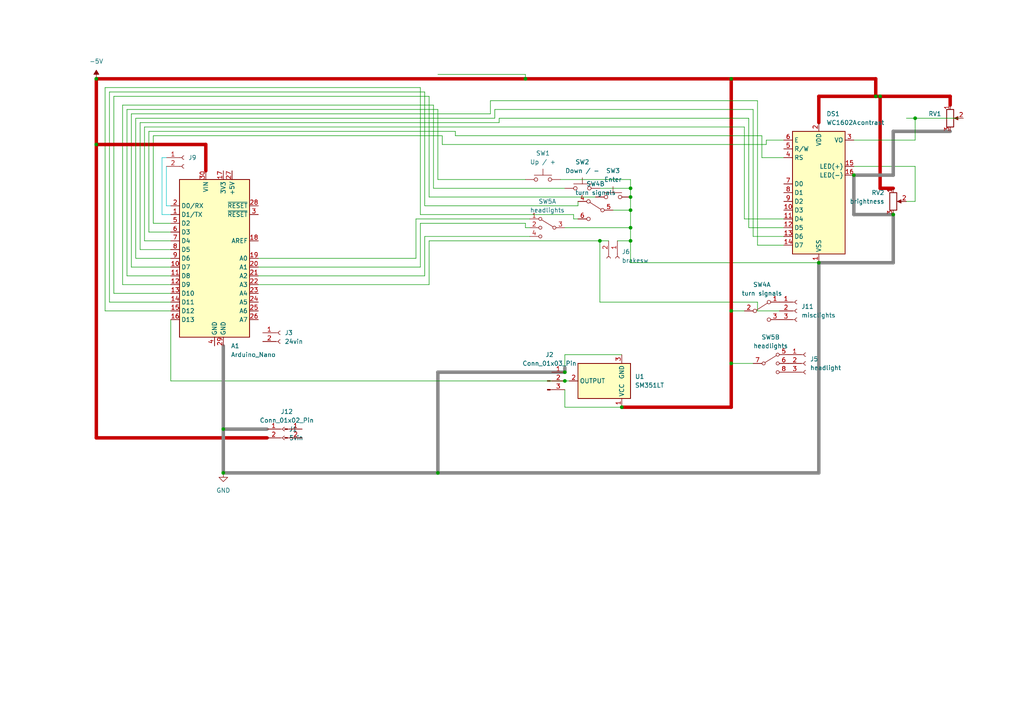
<source format=kicad_sch>
(kicad_sch (version 20230121) (generator eeschema)
  (paper "A4")
  (lib_symbols
    (symbol "Connector:Conn_01x02_Pin" (pin_names (offset 1.016) hide)
      (property "Reference" "J" (at 0 2.54 0))
      (property "Value" "Conn_01x02_Pin" (at 0 -5.08 0))
      (symbol "Conn_01x02_Pin_1_1"
        (polyline (pts (xy 1.27 -2.54) (xy 0.8636 -2.54)) (stroke (width 0.1524)))
        (polyline (pts (xy 1.27 0) (xy 0.8636 0)) (stroke (width 0.1524)))
        (rectangle (start 0.8636 -2.413) (end 0 -2.667) (stroke (width 0.1524)) (fill (type outline)))
        (rectangle (start 0.8636 0.127) (end 0 -0.127) (stroke (width 0.1524)) (fill (type outline)))
        (pin passive line (at 5.08 0 180) (length 3.81) (name "Pin_1") (number "1"))
        (pin passive line (at 5.08 -2.54 180) (length 3.81) (name "Pin_2") (number "2"))
      )
    )
    (symbol "Connector:Conn_01x02_Socket" (pin_names (offset 1.016) hide)
      (property "Reference" "J" (at 0 2.54 0))
      (property "Value" "Conn_01x02_Socket" (at 0 -5.08 0))
      (symbol "Conn_01x02_Socket_1_1"
        (arc (start 0 -2.032) (mid -0.5058 -2.54) (end 0 -3.048) (stroke (width 0.1524)))
        (polyline (pts (xy -1.27 -2.54) (xy -0.508 -2.54)) (stroke (width 0.1524)))
        (polyline (pts (xy -1.27 0) (xy -0.508 0)) (stroke (width 0.1524)))
        (arc (start 0 0.508) (mid -0.5058 0) (end 0 -0.508) (stroke (width 0.1524)))
        (pin passive line (at -5.08 0 0) (length 3.81) (name "Pin_1") (number "1"))
        (pin passive line (at -5.08 -2.54 0) (length 3.81) (name "Pin_2") (number "2"))
      )
    )
    (symbol "Connector:Conn_01x03_Pin" (pin_names (offset 1.016) hide)
      (property "Reference" "J" (at 0 5.08 0))
      (property "Value" "Conn_01x03_Pin" (at 0 -5.08 0))
      (symbol "Conn_01x03_Pin_1_1"
        (polyline (pts (xy 1.27 -2.54) (xy 0.8636 -2.54)) (stroke (width 0.1524)))
        (polyline (pts (xy 1.27 0) (xy 0.8636 0)) (stroke (width 0.1524)))
        (polyline (pts (xy 1.27 2.54) (xy 0.8636 2.54)) (stroke (width 0.1524)))
        (rectangle (start 0.8636 -2.413) (end 0 -2.667) (stroke (width 0.1524)) (fill (type outline)))
        (rectangle (start 0.8636 0.127) (end 0 -0.127) (stroke (width 0.1524)) (fill (type outline)))
        (rectangle (start 0.8636 2.667) (end 0 2.413) (stroke (width 0.1524)) (fill (type outline)))
        (pin passive line (at 5.08 2.54 180) (length 3.81) (name "Pin_1") (number "1"))
        (pin passive line (at 5.08 0 180) (length 3.81) (name "Pin_2") (number "2"))
        (pin passive line (at 5.08 -2.54 180) (length 3.81) (name "Pin_3") (number "3"))
      )
    )
    (symbol "Connector:Conn_01x03_Socket" (pin_names (offset 1.016) hide)
      (property "Reference" "J" (at 0 5.08 0))
      (property "Value" "Conn_01x03_Socket" (at 0 -5.08 0))
      (symbol "Conn_01x03_Socket_1_1"
        (arc (start 0 -2.032) (mid -0.5058 -2.54) (end 0 -3.048) (stroke (width 0.1524)))
        (polyline (pts (xy -1.27 -2.54) (xy -0.508 -2.54)) (stroke (width 0.1524)))
        (polyline (pts (xy -1.27 0) (xy -0.508 0)) (stroke (width 0.1524)))
        (polyline (pts (xy -1.27 2.54) (xy -0.508 2.54)) (stroke (width 0.1524)))
        (arc (start 0 0.508) (mid -0.5058 0) (end 0 -0.508) (stroke (width 0.1524)))
        (arc (start 0 3.048) (mid -0.5058 2.54) (end 0 2.032) (stroke (width 0.1524)))
        (pin passive line (at -5.08 2.54 0) (length 3.81) (name "Pin_1") (number "1"))
        (pin passive line (at -5.08 0 0) (length 3.81) (name "Pin_2") (number "2"))
        (pin passive line (at -5.08 -2.54 0) (length 3.81) (name "Pin_3") (number "3"))
      )
    )
    (symbol "Device:R_Potentiometer" (pin_names (offset 1.016) hide)
      (property "Reference" "RV" (at -4.445 0 90))
      (property "Value" "R_Potentiometer" (at -2.54 0 90))
      (symbol "R_Potentiometer_0_1"
        (polyline (pts (xy 2.54 0) (xy 1.524 0)))
        (polyline (pts (xy 1.143 0) (xy 2.286 0.508) (xy 2.286 -0.508) (xy 1.143 0)) (fill (type outline)))
        (rectangle (start 1.016 2.54) (end -1.016 -2.54) (stroke (width 0.254)))
      )
      (symbol "R_Potentiometer_1_1"
        (pin passive line (at 0 3.81 270) (length 1.27) (name "1") (number "1"))
        (pin passive line (at 3.81 0 180) (length 1.27) (name "2") (number "2"))
        (pin passive line (at 0 -3.81 90) (length 1.27) (name "3") (number "3"))
      )
    )
    (symbol "Display_Character:WC1602A"
      (property "Reference" "DS" (at -5.842 19.05 0))
      (property "Value" "WC1602A" (at 5.334 19.05 0))
      (symbol "WC1602A_1_1"
        (rectangle (start -7.62 17.78) (end 7.62 -17.78) (stroke (width 0.254)) (fill (type background)))
        (pin power_in line (at 0 -20.32 90) (length 2.54) (name "VSS") (number "1"))
        (pin input line (at -10.16 -5.08 0) (length 2.54) (name "D3") (number "10"))
        (pin input line (at -10.16 -7.62 0) (length 2.54) (name "D4") (number "11"))
        (pin input line (at -10.16 -10.16 0) (length 2.54) (name "D5") (number "12"))
        (pin input line (at -10.16 -12.7 0) (length 2.54) (name "D6") (number "13"))
        (pin input line (at -10.16 -15.24 0) (length 2.54) (name "D7") (number "14"))
        (pin power_in line (at 10.16 7.62 180) (length 2.54) (name "LED(+)") (number "15"))
        (pin power_in line (at 10.16 5.08 180) (length 2.54) (name "LED(-)") (number "16"))
        (pin power_in line (at 0 20.32 270) (length 2.54) (name "VDD") (number "2"))
        (pin input line (at 10.16 15.24 180) (length 2.54) (name "VO") (number "3"))
        (pin input line (at -10.16 10.16 0) (length 2.54) (name "RS") (number "4"))
        (pin input line (at -10.16 12.7 0) (length 2.54) (name "R/W") (number "5"))
        (pin input line (at -10.16 15.24 0) (length 2.54) (name "E") (number "6"))
        (pin input line (at -10.16 2.54 0) (length 2.54) (name "D0") (number "7"))
        (pin input line (at -10.16 0 0) (length 2.54) (name "D1") (number "8"))
        (pin input line (at -10.16 -2.54 0) (length 2.54) (name "D2") (number "9"))
      )
    )
    (symbol "MCU_Module:Arduino_Nano_v3.x"
      (property "Reference" "A" (at -10.16 23.495 0))
      (property "Value" "Arduino_Nano_v3.x" (at 5.08 -24.13 0))
      (symbol "Arduino_Nano_v3.x_0_1"
        (rectangle (start -10.16 22.86) (end 10.16 -22.86) (stroke (width 0.254)) (fill (type background)))
      )
      (symbol "Arduino_Nano_v3.x_1_1"
        (pin bidirectional line (at -12.7 12.7 0) (length 2.54) (name "D1/TX") (number "1"))
        (pin bidirectional line (at -12.7 -2.54 0) (length 2.54) (name "D7") (number "10"))
        (pin bidirectional line (at -12.7 -5.08 0) (length 2.54) (name "D8") (number "11"))
        (pin bidirectional line (at -12.7 -7.62 0) (length 2.54) (name "D9") (number "12"))
        (pin bidirectional line (at -12.7 -10.16 0) (length 2.54) (name "D10") (number "13"))
        (pin bidirectional line (at -12.7 -12.7 0) (length 2.54) (name "D11") (number "14"))
        (pin bidirectional line (at -12.7 -15.24 0) (length 2.54) (name "D12") (number "15"))
        (pin bidirectional line (at -12.7 -17.78 0) (length 2.54) (name "D13") (number "16"))
        (pin power_out line (at 2.54 25.4 270) (length 2.54) (name "3V3") (number "17"))
        (pin input line (at 12.7 5.08 180) (length 2.54) (name "AREF") (number "18"))
        (pin bidirectional line (at 12.7 0 180) (length 2.54) (name "A0") (number "19"))
        (pin bidirectional line (at -12.7 15.24 0) (length 2.54) (name "D0/RX") (number "2"))
        (pin bidirectional line (at 12.7 -2.54 180) (length 2.54) (name "A1") (number "20"))
        (pin bidirectional line (at 12.7 -5.08 180) (length 2.54) (name "A2") (number "21"))
        (pin bidirectional line (at 12.7 -7.62 180) (length 2.54) (name "A3") (number "22"))
        (pin bidirectional line (at 12.7 -10.16 180) (length 2.54) (name "A4") (number "23"))
        (pin bidirectional line (at 12.7 -12.7 180) (length 2.54) (name "A5") (number "24"))
        (pin bidirectional line (at 12.7 -15.24 180) (length 2.54) (name "A6") (number "25"))
        (pin bidirectional line (at 12.7 -17.78 180) (length 2.54) (name "A7") (number "26"))
        (pin power_out line (at 5.08 25.4 270) (length 2.54) (name "+5V") (number "27"))
        (pin input line (at 12.7 15.24 180) (length 2.54) (name "~{RESET}") (number "28"))
        (pin power_in line (at 2.54 -25.4 90) (length 2.54) (name "GND") (number "29"))
        (pin input line (at 12.7 12.7 180) (length 2.54) (name "~{RESET}") (number "3"))
        (pin power_in line (at -2.54 25.4 270) (length 2.54) (name "VIN") (number "30"))
        (pin power_in line (at 0 -25.4 90) (length 2.54) (name "GND") (number "4"))
        (pin bidirectional line (at -12.7 10.16 0) (length 2.54) (name "D2") (number "5"))
        (pin bidirectional line (at -12.7 7.62 0) (length 2.54) (name "D3") (number "6"))
        (pin bidirectional line (at -12.7 5.08 0) (length 2.54) (name "D4") (number "7"))
        (pin bidirectional line (at -12.7 2.54 0) (length 2.54) (name "D5") (number "8"))
        (pin bidirectional line (at -12.7 0 0) (length 2.54) (name "D6") (number "9"))
      )
    )
    (symbol "Sensor_Magnetic:SM351LT"
      (property "Reference" "U" (at 5.08 8.89 0))
      (property "Value" "SM351LT" (at 2.54 6.35 0))
      (symbol "SM351LT_0_1"
        (rectangle (start 7.62 5.08) (end -7.62 -5.08) (stroke (width 0.254)) (fill (type background)))
      )
      (symbol "SM351LT_1_1"
        (pin power_in line (at -5.08 7.62 270) (length 2.54) (name "VCC") (number "1"))
        (pin output line (at 10.16 0 180) (length 2.54) (name "OUTPUT") (number "2"))
        (pin power_in line (at -5.08 -7.62 90) (length 2.54) (name "GND") (number "3"))
      )
    )
    (symbol "Switch:SW_DP3T" (pin_names (offset 0) hide)
      (property "Reference" "SW" (at 0 5.08 0))
      (property "Value" "SW_DP3T" (at 0 -5.08 0))
      (symbol "SW_DP3T_0_1"
        (circle (center -2.032 0) (radius 0.4572))
        (polyline (pts (xy -1.651 0.254) (xy 1.651 2.286)))
        (circle (center 2.032 -2.54) (radius 0.4572))
        (circle (center 2.032 0) (radius 0.4572))
        (circle (center 2.032 2.54) (radius 0.4572))
      )
      (symbol "SW_DP3T_1_1"
        (pin passive line (at 5.08 2.54 180) (length 2.54) (name "1") (number "1"))
        (pin passive line (at 5.08 0 180) (length 2.54) (name "2") (number "2"))
        (pin passive line (at -5.08 0 0) (length 2.54) (name "3") (number "3"))
        (pin passive line (at 5.08 -2.54 180) (length 2.54) (name "4") (number "4"))
      )
      (symbol "SW_DP3T_2_1"
        (pin passive line (at 5.08 2.54 180) (length 2.54) (name "5") (number "5"))
        (pin passive line (at 5.08 0 180) (length 2.54) (name "6") (number "6"))
        (pin passive line (at -5.08 0 0) (length 2.54) (name "7") (number "7"))
        (pin passive line (at 5.08 -2.54 180) (length 2.54) (name "8") (number "8"))
      )
    )
    (symbol "Switch:SW_DPDT_x2" (pin_names (offset 0) hide)
      (property "Reference" "SW" (at 0 4.318 0))
      (property "Value" "SW_DPDT_x2" (at 0 -5.08 0))
      (symbol "SW_DPDT_x2_0_0"
        (circle (center -2.032 0) (radius 0.508))
        (circle (center 2.032 -2.54) (radius 0.508))
      )
      (symbol "SW_DPDT_x2_0_1"
        (polyline (pts (xy -1.524 0.254) (xy 1.651 2.286)))
        (circle (center 2.032 2.54) (radius 0.508))
      )
      (symbol "SW_DPDT_x2_1_1"
        (pin passive line (at 5.08 2.54 180) (length 2.54) (name "A") (number "1"))
        (pin passive line (at -5.08 0 0) (length 2.54) (name "B") (number "2"))
        (pin passive line (at 5.08 -2.54 180) (length 2.54) (name "C") (number "3"))
      )
      (symbol "SW_DPDT_x2_2_1"
        (pin passive line (at 5.08 2.54 180) (length 2.54) (name "A") (number "4"))
        (pin passive line (at -5.08 0 0) (length 2.54) (name "B") (number "5"))
        (pin passive line (at 5.08 -2.54 180) (length 2.54) (name "C") (number "6"))
      )
    )
    (symbol "Switch:SW_Push" (pin_numbers hide) (pin_names (offset 1.016) hide)
      (property "Reference" "SW" (at 1.27 2.54 0))
      (property "Value" "SW_Push" (at 0 -1.524 0))
      (symbol "SW_Push_0_1"
        (circle (center -2.032 0) (radius 0.508))
        (polyline (pts (xy 0 1.27) (xy 0 3.048)))
        (polyline (pts (xy 2.54 1.27) (xy -2.54 1.27)))
        (circle (center 2.032 0) (radius 0.508))
        (pin passive line (at -5.08 0 0) (length 2.54) (name "1") (number "1"))
        (pin passive line (at 5.08 0 180) (length 2.54) (name "2") (number "2"))
      )
    )
    (symbol "power:-5V" (power) (pin_names (offset 0))
      (property "Value" "-5V" (at 0 3.81 0))
      (symbol "-5V_0_0"
        (pin power_in line (at 0 0 90) (length 0) hide (name "-5V") (number "1"))
      )
      (symbol "-5V_0_1"
        (polyline (pts (xy 0 0) (xy 0 1.27) (xy 0.762 1.27) (xy 0 2.54) (xy -0.762 1.27) (xy 0 1.27)) (fill (type outline)))
      )
    )
    (symbol "power:GND" (power) (pin_names (offset 0))
      (property "Value" "GND" (at 0 -3.81 0))
      (symbol "GND_0_1"
        (polyline (pts (xy 0 0) (xy 0 -1.27) (xy 1.27 -1.27) (xy 0 -2.54) (xy -1.27 -1.27) (xy 0 -1.27)))
      )
      (symbol "GND_1_1"
        (pin power_in line (at 0 0 270) (length 0) hide (name "GND") (number "1"))
      )
    )
  )
  (junction (at 152.4 22.86))
  (junction (at 182.88 66.04))
  (junction (at 27.94 22.86))
  (junction (at 212.09 105.41))
  (junction (at 182.88 69.85))
  (junction (at 259.08 62.23))
  (junction (at 27.94 41.91))
  (junction (at 254 27.94))
  (junction (at 247.65 50.8))
  (junction (at 182.88 57.15))
  (junction (at 212.09 90.17))
  (junction (at 127 137.16))
  (junction (at 163.83 110.49))
  (junction (at 180.34 118.11))
  (junction (at 182.88 54.61))
  (junction (at 265.43 34.29))
  (junction (at 64.77 137.16))
  (junction (at 64.77 124.46))
  (junction (at 173.99 69.85))
  (junction (at 163.83 107.95))
  (junction (at 182.88 60.96))
  (junction (at 212.09 22.86))
  (junction (at 255.27 27.94))
  (junction (at 237.49 76.2))
  (wire (pts (xy 182.88 66.04) (xy 182.88 69.85)))
  (wire (pts (xy 127 52.07) (xy 152.4 52.07)))
  (wire (pts (xy 259.08 54.61) (xy 255.27 54.61)) (stroke (width 1) (color 194 0 0 1)))
  (wire (pts (xy 43.18 38.1) (xy 43.18 67.31)))
  (wire (pts (xy 265.43 48.26) (xy 247.65 48.26)))
  (wire (pts (xy 180.34 102.87) (xy 163.83 102.87)))
  (wire (pts (xy 219.71 29.21) (xy 219.71 71.12)))
  (wire (pts (xy 143.51 31.75) (xy 218.44 31.75)))
  (wire (pts (xy 182.88 52.07) (xy 182.88 54.61)))
  (wire (pts (xy 163.83 107.95) (xy 163.83 106.68)) (stroke (width 1) (color 132 132 132 1)))
  (wire (pts (xy 152.4 64.77) (xy 121.92 64.77)))
  (wire (pts (xy 142.24 29.21) (xy 219.71 29.21)))
  (wire (pts (xy 265.43 58.42) (xy 265.43 48.26)))
  (wire (pts (xy 124.46 82.55) (xy 124.46 69.85)))
  (wire (pts (xy 212.09 118.11) (xy 180.34 118.11)) (stroke (width 1) (color 194 0 0 1)))
  (wire (pts (xy 39.37 34.29) (xy 143.51 34.29)))
  (wire (pts (xy 40.64 35.56) (xy 144.78 35.56)))
  (wire (pts (xy 215.9 63.5) (xy 227.33 63.5)))
  (wire (pts (xy 259.08 76.2) (xy 237.49 76.2)) (stroke (width 1) (color 132 132 132 1)))
  (wire (pts (xy 259.08 62.23) (xy 247.65 62.23)) (stroke (width 1) (color 132 132 132 1)))
  (wire (pts (xy 182.88 54.61) (xy 182.88 57.15)))
  (wire (pts (xy 173.99 69.85) (xy 176.53 69.85)))
  (wire (pts (xy 123.19 26.67) (xy 123.19 59.69)))
  (wire (pts (xy 35.56 30.48) (xy 35.56 82.55)))
  (wire (pts (xy 142.24 33.02) (xy 142.24 29.21)))
  (wire (pts (xy 262.89 34.29) (xy 265.43 34.29)))
  (wire (pts (xy 226.06 90.17) (xy 219.71 90.17)))
  (wire (pts (xy 120.65 63.5) (xy 153.67 63.5)))
  (wire (pts (xy 152.4 22.86) (xy 153.67 22.86)))
  (wire (pts (xy 247.65 50.8) (xy 259.08 50.8)) (stroke (width 1) (color 132 132 132 1)))
  (wire (pts (xy 275.59 30.48) (xy 275.59 27.94)) (stroke (width 1) (color 194 0 0 1)))
  (wire (pts (xy 31.75 26.67) (xy 123.19 26.67)))
  (wire (pts (xy 41.91 36.83) (xy 215.9 36.83)))
  (wire (pts (xy 49.53 64.77) (xy 44.45 64.77)))
  (wire (pts (xy 179.07 69.85) (xy 182.88 69.85)))
  (wire (pts (xy 40.64 72.39) (xy 49.53 72.39)))
  (wire (pts (xy 59.69 41.91) (xy 59.69 49.53)) (stroke (width 1) (color 194 0 0 1)))
  (wire (pts (xy 255.27 54.61) (xy 255.27 27.94)) (stroke (width 1) (color 194 0 0 1)))
  (wire (pts (xy 182.88 76.2) (xy 237.49 76.2)))
  (wire (pts (xy 152.4 66.04) (xy 153.67 66.04)))
  (wire (pts (xy 64.77 100.33) (xy 64.77 124.46)) (stroke (width 1) (color 132 132 132 1)))
  (wire (pts (xy 44.45 64.77) (xy 44.45 39.37)))
  (wire (pts (xy 48.26 45.72) (xy 46.99 45.72)) (stroke (width 0) (color 0 194 194 1)))
  (wire (pts (xy 74.93 82.55) (xy 124.46 82.55)))
  (wire (pts (xy 237.49 27.94) (xy 254 27.94)) (stroke (width 1) (color 194 0 0 1)))
  (wire (pts (xy 152.4 66.04) (xy 152.4 64.77)))
  (wire (pts (xy 182.88 69.85) (xy 182.88 76.2)))
  (wire (pts (xy 38.1 77.47) (xy 49.53 77.47)))
  (wire (pts (xy 219.71 71.12) (xy 227.33 71.12)))
  (wire (pts (xy 41.91 69.85) (xy 41.91 36.83)))
  (wire (pts (xy 259.08 50.8) (xy 259.08 38.1)) (stroke (width 1) (color 132 132 132 1)))
  (wire (pts (xy 49.53 92.71) (xy 49.53 110.49)))
  (wire (pts (xy 38.1 33.02) (xy 142.24 33.02)))
  (wire (pts (xy 163.83 118.11) (xy 180.34 118.11)))
  (wire (pts (xy 219.71 90.17) (xy 219.71 87.63)))
  (wire (pts (xy 265.43 34.29) (xy 279.4 34.29)))
  (wire (pts (xy 262.89 58.42) (xy 265.43 58.42)))
  (wire (pts (xy 127 21.59) (xy 152.4 21.59)))
  (wire (pts (xy 127 52.07) (xy 127 31.75)))
  (wire (pts (xy 49.53 74.93) (xy 39.37 74.93)))
  (wire (pts (xy 49.53 80.01) (xy 36.83 80.01)))
  (wire (pts (xy 31.75 26.67) (xy 31.75 87.63)))
  (wire (pts (xy 121.92 62.23) (xy 121.92 25.4)))
  (wire (pts (xy 64.77 124.46) (xy 77.47 124.46)) (stroke (width 1) (color 132 132 132 1)))
  (wire (pts (xy 254 22.86) (xy 254 27.94)) (stroke (width 1) (color 194 0 0 1)))
  (wire (pts (xy 64.77 137.16) (xy 127 137.16)) (stroke (width 1) (color 132 132 132 1)))
  (wire (pts (xy 49.53 85.09) (xy 33.02 85.09)))
  (wire (pts (xy 27.94 127) (xy 77.47 127)) (stroke (width 1) (color 194 0 0 1)))
  (wire (pts (xy 166.37 63.5) (xy 166.37 62.23)))
  (wire (pts (xy 144.78 34.29) (xy 217.17 34.29)))
  (wire (pts (xy 64.77 124.46) (xy 64.77 137.16)) (stroke (width 1) (color 132 132 132 1)))
  (wire (pts (xy 220.98 45.72) (xy 220.98 39.37)))
  (wire (pts (xy 124.46 57.15) (xy 172.72 57.15)))
  (wire (pts (xy 43.18 38.1) (xy 132.08 38.1)))
  (wire (pts (xy 255.27 27.94) (xy 275.59 27.94)) (stroke (width 1) (color 194 0 0 1)))
  (wire (pts (xy 127 107.95) (xy 127 137.16)) (stroke (width 1) (color 132 132 132 1)))
  (wire (pts (xy 222.25 40.64) (xy 222.25 41.91)))
  (wire (pts (xy 49.53 69.85) (xy 41.91 69.85)))
  (wire (pts (xy 121.92 62.23) (xy 166.37 62.23)))
  (wire (pts (xy 35.56 82.55) (xy 49.53 82.55)))
  (wire (pts (xy 123.19 68.58) (xy 153.67 68.58)))
  (wire (pts (xy 163.83 66.04) (xy 182.88 66.04)))
  (wire (pts (xy 152.4 22.86) (xy 212.09 22.86)) (stroke (width 1) (color 194 0 0 1)))
  (wire (pts (xy 74.93 74.93) (xy 120.65 74.93)))
  (wire (pts (xy 39.37 74.93) (xy 39.37 34.29)))
  (wire (pts (xy 125.73 54.61) (xy 163.83 54.61)))
  (wire (pts (xy 162.56 52.07) (xy 182.88 52.07)))
  (wire (pts (xy 128.27 39.37) (xy 128.27 41.91)))
  (wire (pts (xy 121.92 64.77) (xy 121.92 77.47)))
  (wire (pts (xy 259.08 62.23) (xy 259.08 76.2)) (stroke (width 1) (color 132 132 132 1)))
  (wire (pts (xy 124.46 57.15) (xy 124.46 27.94)))
  (wire (pts (xy 167.64 59.69) (xy 167.64 58.42)))
  (wire (pts (xy 49.53 59.69) (xy 48.26 59.69)) (stroke (width 0) (color 0 194 194 1)))
  (wire (pts (xy 144.78 35.56) (xy 144.78 34.29)))
  (wire (pts (xy 217.17 34.29) (xy 217.17 66.04)))
  (wire (pts (xy 121.92 25.4) (xy 30.48 25.4)))
  (wire (pts (xy 46.99 45.72) (xy 46.99 62.23)) (stroke (width 0) (color 0 194 194 1)))
  (wire (pts (xy 173.99 54.61) (xy 182.88 54.61)))
  (wire (pts (xy 36.83 80.01) (xy 36.83 31.75)))
  (wire (pts (xy 212.09 22.86) (xy 254 22.86)) (stroke (width 1) (color 194 0 0 1)))
  (wire (pts (xy 163.83 113.03) (xy 163.83 118.11)))
  (wire (pts (xy 182.88 57.15) (xy 182.88 60.96)))
  (wire (pts (xy 152.4 21.59) (xy 152.4 22.86)))
  (wire (pts (xy 27.94 41.91) (xy 59.69 41.91)) (stroke (width 1) (color 194 0 0 1)))
  (wire (pts (xy 40.64 35.56) (xy 40.64 72.39)))
  (wire (pts (xy 212.09 90.17) (xy 212.09 105.41)) (stroke (width 1) (color 194 0 0 1)))
  (wire (pts (xy 132.08 39.37) (xy 132.08 38.1)))
  (wire (pts (xy 265.43 40.64) (xy 247.65 40.64)))
  (wire (pts (xy 120.65 74.93) (xy 120.65 63.5)))
  (wire (pts (xy 212.09 90.17) (xy 215.9 90.17)))
  (wire (pts (xy 237.49 76.2) (xy 237.49 137.16)) (stroke (width 1) (color 132 132 132 1)))
  (wire (pts (xy 43.18 67.31) (xy 49.53 67.31)))
  (wire (pts (xy 36.83 31.75) (xy 127 31.75)))
  (wire (pts (xy 167.64 63.5) (xy 166.37 63.5)))
  (wire (pts (xy 177.8 60.96) (xy 182.88 60.96)))
  (wire (pts (xy 48.26 59.69) (xy 48.26 48.26)) (stroke (width 0) (color 0 194 194 1)))
  (wire (pts (xy 255.27 27.94) (xy 254 27.94)) (stroke (width 1) (color 194 0 0 1)))
  (wire (pts (xy 222.25 40.64) (xy 227.33 40.64)))
  (wire (pts (xy 123.19 80.01) (xy 123.19 68.58)))
  (wire (pts (xy 124.46 69.85) (xy 173.99 69.85)))
  (wire (pts (xy 127 137.16) (xy 237.49 137.16)) (stroke (width 1) (color 132 132 132 1)))
  (wire (pts (xy 127 107.95) (xy 163.83 107.95)) (stroke (width 1) (color 132 132 132 1)))
  (wire (pts (xy 132.08 39.37) (xy 220.98 39.37)))
  (wire (pts (xy 217.17 66.04) (xy 227.33 66.04)))
  (wire (pts (xy 121.92 77.47) (xy 74.93 77.47)))
  (wire (pts (xy 123.19 59.69) (xy 167.64 59.69)))
  (wire (pts (xy 27.94 22.86) (xy 152.4 22.86)) (stroke (width 1) (color 194 0 0 1)))
  (wire (pts (xy 44.45 39.37) (xy 128.27 39.37)))
  (wire (pts (xy 30.48 90.17) (xy 49.53 90.17)))
  (wire (pts (xy 227.33 45.72) (xy 220.98 45.72)))
  (wire (pts (xy 30.48 25.4) (xy 30.48 90.17)))
  (wire (pts (xy 49.53 110.49) (xy 163.83 110.49)))
  (wire (pts (xy 143.51 34.29) (xy 143.51 31.75)))
  (wire (pts (xy 247.65 62.23) (xy 247.65 50.8)) (stroke (width 1) (color 132 132 132 1)))
  (wire (pts (xy 182.88 60.96) (xy 182.88 66.04)))
  (wire (pts (xy 173.99 87.63) (xy 173.99 69.85)))
  (wire (pts (xy 128.27 41.91) (xy 222.25 41.91)))
  (wire (pts (xy 212.09 22.86) (xy 212.09 90.17)) (stroke (width 1) (color 194 0 0 1)))
  (wire (pts (xy 259.08 38.1) (xy 275.59 38.1)) (stroke (width 1) (color 132 132 132 1)))
  (wire (pts (xy 265.43 34.29) (xy 265.43 40.64)))
  (wire (pts (xy 35.56 30.48) (xy 125.73 30.48)))
  (wire (pts (xy 33.02 27.94) (xy 124.46 27.94)))
  (wire (pts (xy 38.1 33.02) (xy 38.1 77.47)))
  (wire (pts (xy 218.44 68.58) (xy 227.33 68.58)))
  (wire (pts (xy 163.83 110.49) (xy 165.1 110.49)))
  (wire (pts (xy 215.9 36.83) (xy 215.9 63.5)))
  (wire (pts (xy 46.99 62.23) (xy 49.53 62.23)) (stroke (width 0) (color 0 194 194 1)))
  (wire (pts (xy 33.02 85.09) (xy 33.02 27.94)))
  (wire (pts (xy 218.44 31.75) (xy 218.44 68.58)))
  (wire (pts (xy 27.94 22.86) (xy 27.94 41.91)) (stroke (width 1) (color 194 0 0 1)))
  (wire (pts (xy 74.93 80.01) (xy 123.19 80.01)))
  (wire (pts (xy 212.09 105.41) (xy 212.09 118.11)) (stroke (width 1) (color 194 0 0 1)))
  (wire (pts (xy 219.71 87.63) (xy 173.99 87.63)))
  (wire (pts (xy 27.94 127) (xy 27.94 41.91)) (stroke (width 1) (color 194 0 0 1)))
  (wire (pts (xy 163.83 102.87) (xy 163.83 107.95)))
  (wire (pts (xy 31.75 87.63) (xy 49.53 87.63)))
  (wire (pts (xy 212.09 105.41) (xy 218.44 105.41)))
  (wire (pts (xy 237.49 27.94) (xy 237.49 35.56)) (stroke (width 1) (color 194 0 0 1)))
  (wire (pts (xy 125.73 30.48) (xy 125.73 54.61)))
  (symbol (lib_id "Switch:SW_DP3T") (at 223.52 105.41 0) (unit 2)
    (property "Reference" "SW5" (at 223.52 97.79 0))
    (property "Value" "headlights" (at 223.52 100.33 0))
    (property "Footprint" "Connector_PinHeader_1.27mm:PinHeader_2x04_P1.27mm_Vertical" (effects hide))
  )
  (symbol (lib_id "power:-5V") (at 27.94 22.86 0) (unit 1)
    (property "Reference" "#PWR01" (effects hide))
    (property "Value" "-5V" (at 27.94 17.78 0))
  )
  (symbol (lib_id "Connector:Conn_01x02_Socket") (at 81.28 96.52 0) (unit 1) (on_board no)
    (property "Reference" "J3" (at 82.55 96.52 0) (effects (justify left)))
    (property "Value" "24vin" (at 82.55 99.06 0) (effects (justify left)))
  )
  (symbol (lib_id "Connector:Conn_01x02_Socket") (at 179.07 74.93 270) (unit 1)
    (property "Reference" "J6" (at 180.34 73.025 90) (effects (justify left)))
    (property "Value" "brakesw" (at 180.34 75.565 90) (effects (justify left)))
    (property "Footprint" "Connector_PinHeader_2.54mm:PinHeader_1x02_P2.54mm_Vertical" (effects hide))
  )
  (symbol (lib_id "Switch:SW_DP3T") (at 158.75 66.04 0) (mirror y) (unit 1)
    (property "Reference" "SW5" (at 158.75 58.42 0))
    (property "Value" "headlights" (at 158.75 60.96 0))
    (property "Footprint" "Connector_PinHeader_1.27mm:PinHeader_2x04_P1.27mm_Vertical" (effects hide))
  )
  (symbol (lib_id "Connector:Conn_01x02_Socket") (at 53.34 45.72 0) (unit 1)
    (property "Reference" "J9" (at 54.61 45.72 0) (effects (justify left)))
    (property "Value" "serial" (effects hide))
    (property "Footprint" "Connector_PinHeader_2.54mm:PinHeader_1x02_P2.54mm_Vertical" (effects hide))
  )
  (symbol (lib_id "Switch:SW_Push") (at 177.8 57.15 0) (unit 1)
    (property "Reference" "SW3" (at 177.8 49.53 0))
    (property "Value" "Enter" (at 177.8 52.07 0))
    (property "Footprint" "Button_Switch_THT:SW_PUSH_6mm_H4.3mm" (effects hide))
  )
  (symbol (lib_id "Display_Character:WC1602A") (at 237.49 55.88 0) (unit 1)
    (property "Reference" "DS1" (at 239.6841 33.02 0) (effects (justify left)))
    (property "Value" "WC1602A" (at 239.6841 35.56 0) (effects (justify left)))
    (property "Footprint" "Display:WC1602A" (effects hide))
    (property "Datasheet" "http://www.wincomlcd.com/pdf/WC1602A-SFYLYHTC06.pdf" (effects hide))
  )
  (symbol (lib_id "MCU_Module:Arduino_Nano_v3.x") (at 62.23 74.93 0) (unit 1)
    (property "Reference" "A1" (at 66.9641 100.33 0) (effects (justify left)))
    (property "Value" "Arduino_Nano" (at 66.9641 102.87 0) (effects (justify left)))
    (property "Footprint" "Module:Arduino_Nano" (effects hide))
    (property "Datasheet" "http://www.mouser.com/pdfdocs/Gravitech_Arduino_Nano3_0.pdf" (effects hide))
  )
  (symbol (lib_id "power:GND") (at 64.77 137.16 0) (unit 1)
    (property "Reference" "#PWR02" (effects hide))
    (property "Value" "GND" (at 64.77 142.24 0))
  )
  (symbol (lib_id "Switch:SW_DPDT_x2") (at 220.98 90.17 0) (unit 1)
    (property "Reference" "SW4" (at 220.98 82.55 0))
    (property "Value" "turn signals" (at 220.98 85.09 0))
    (property "Footprint" "Connector_PinSocket_1.27mm:PinSocket_2x03_P1.27mm_Horizontal" (effects hide))
  )
  (symbol (lib_id "Switch:SW_Push") (at 168.91 54.61 0) (unit 1)
    (property "Reference" "SW2" (at 168.91 46.99 0))
    (property "Value" "Down / -" (at 168.91 49.53 0))
    (property "Footprint" "Button_Switch_THT:SW_PUSH_6mm_H4.3mm" (effects hide))
  )
  (symbol (lib_id "Connector:Conn_01x03_Socket") (at 231.14 90.17 0) (unit 1)
    (property "Reference" "J11" (at 232.41 88.9 0) (effects (justify left)))
    (property "Value" "misclights" (at 232.41 91.44 0) (effects (justify left)))
    (property "Footprint" "Connector_PinHeader_1.27mm:PinHeader_1x03_P1.27mm_Horizontal" (effects hide))
  )
  (symbol (lib_id "Switch:SW_Push") (at 157.48 52.07 0) (unit 1)
    (property "Reference" "SW1" (at 157.48 44.45 0))
    (property "Value" "Up / +" (at 157.48 46.99 0))
    (property "Footprint" "Button_Switch_THT:SW_PUSH_6mm_H4.3mm" (effects hide))
  )
  (symbol (lib_id "Device:R_Potentiometer") (at 259.08 58.42 0) (unit 1)
    (property "Reference" "RV2" (at 256.54 55.88 0) (effects (justify right)))
    (property "Value" "brightness" (at 256.54 58.42 0) (effects (justify right)))
    (property "Footprint" "Potentiometer_THT:Potentiometer_Alpha_RD901F-40-00D_Single_Vertical_CircularHoles" (effects hide))
  )
  (symbol (lib_id "Connector:Conn_01x02_Socket") (at 82.55 124.46 0) (unit 1)
    (property "Reference" "J1" (at 83.82 124.46 0) (effects (justify left)))
    (property "Value" "5vin" (at 83.82 127 0) (effects (justify left)))
    (property "Footprint" "Connector_PinHeader_2.54mm:PinHeader_1x02_P2.54mm_Vertical" (effects hide))
  )
  (symbol (lib_id "Sensor_Magnetic:SM351LT") (at 175.26 110.49 180) (unit 1)
    (property "Reference" "U1" (at 184.15 109.22 0) (effects (justify right)))
    (property "Value" "SM351LT" (at 184.15 111.76 0) (effects (justify right)))
    (property "Footprint" "Connector_PinHeader_1.27mm:PinHeader_1x03_P1.27mm_Horizontal" (effects hide))
    (property "Datasheet" "https://sensing.honeywell.com/honeywell-sensing-nanopower-series-product-sheet-50095501-a-en.pdf" (effects hide))
  )
  (symbol (lib_id "Connector:Conn_01x02_Pin") (at 82.55 124.46 0) (unit 1) (on_board no)
    (property "Reference" "J12" (at 83.185 119.38 0))
    (property "Value" "Conn_01x02_Pin" (at 83.185 121.92 0))
  )
  (symbol (lib_id "Connector:Conn_01x03_Socket") (at 233.68 105.41 0) (unit 1)
    (property "Reference" "J5" (at 234.95 104.14 0) (effects (justify left)))
    (property "Value" "headlight" (at 234.95 106.68 0) (effects (justify left)))
    (property "Footprint" "Connector_PinHeader_1.27mm:PinHeader_1x03_P1.27mm_Horizontal" (effects hide))
  )
  (symbol (lib_id "Switch:SW_DPDT_x2") (at 172.72 60.96 0) (mirror y) (unit 2)
    (property "Reference" "SW4" (at 172.72 53.34 0))
    (property "Value" "turn signals" (at 172.72 55.88 0))
    (property "Footprint" "Connector_PinSocket_1.27mm:PinSocket_2x03_P1.27mm_Horizontal" (effects hide))
  )
  (symbol (lib_id "Connector:Conn_01x03_Pin") (at 158.75 110.49 0) (unit 1) (on_board no)
    (property "Reference" "J2" (at 159.385 102.87 0))
    (property "Value" "Conn_01x03_Pin" (at 159.385 105.41 0))
  )
  (symbol (lib_id "Device:R_Potentiometer") (at 275.59 34.29 0) (unit 1)
    (property "Reference" "RV1" (at 273.05 33.02 0) (effects (justify right)))
    (property "Value" "contrast" (at 256.54 35.56 0) (effects (justify right)))
    (property "Footprint" "Potentiometer_SMD:Potentiometer_ACP_CA6-VSMD_Vertical_Hole" (effects hide))
  )
)
</source>
